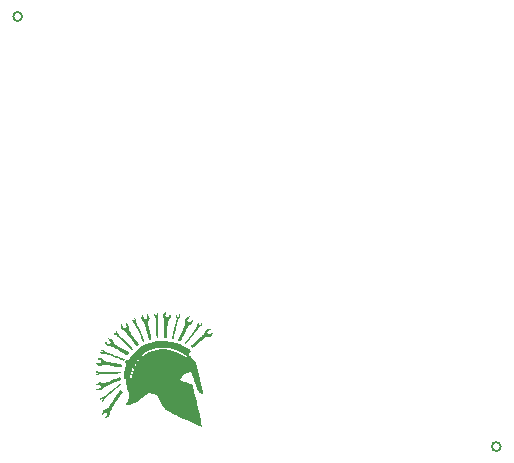
<source format=gbr>
%TF.GenerationSoftware,KiCad,Pcbnew,7.0.7*%
%TF.CreationDate,2023-11-23T15:16:14-08:00*%
%TF.ProjectId,PowerDistribution,506f7765-7244-4697-9374-726962757469,R1*%
%TF.SameCoordinates,Original*%
%TF.FileFunction,Legend,Bot*%
%TF.FilePolarity,Positive*%
%FSLAX46Y46*%
G04 Gerber Fmt 4.6, Leading zero omitted, Abs format (unit mm)*
G04 Created by KiCad (PCBNEW 7.0.7) date 2023-11-23 15:16:14*
%MOMM*%
%LPD*%
G01*
G04 APERTURE LIST*
%ADD10C,0.300000*%
%ADD11C,0.152400*%
G04 APERTURE END LIST*
D10*
X154491427Y-118959757D02*
X154634285Y-118888328D01*
X154634285Y-118888328D02*
X154848570Y-118888328D01*
X154848570Y-118888328D02*
X155062856Y-118959757D01*
X155062856Y-118959757D02*
X155205713Y-119102614D01*
X155205713Y-119102614D02*
X155277142Y-119245471D01*
X155277142Y-119245471D02*
X155348570Y-119531185D01*
X155348570Y-119531185D02*
X155348570Y-119745471D01*
X155348570Y-119745471D02*
X155277142Y-120031185D01*
X155277142Y-120031185D02*
X155205713Y-120174042D01*
X155205713Y-120174042D02*
X155062856Y-120316900D01*
X155062856Y-120316900D02*
X154848570Y-120388328D01*
X154848570Y-120388328D02*
X154705713Y-120388328D01*
X154705713Y-120388328D02*
X154491427Y-120316900D01*
X154491427Y-120316900D02*
X154419999Y-120245471D01*
X154419999Y-120245471D02*
X154419999Y-119745471D01*
X154419999Y-119745471D02*
X154705713Y-119745471D01*
X153562856Y-118888328D02*
X153562856Y-119245471D01*
X153919999Y-119102614D02*
X153562856Y-119245471D01*
X153562856Y-119245471D02*
X153205713Y-119102614D01*
X153777142Y-119531185D02*
X153562856Y-119245471D01*
X153562856Y-119245471D02*
X153348570Y-119531185D01*
X152419999Y-118888328D02*
X152419999Y-119245471D01*
X152777142Y-119102614D02*
X152419999Y-119245471D01*
X152419999Y-119245471D02*
X152062856Y-119102614D01*
X152634285Y-119531185D02*
X152419999Y-119245471D01*
X152419999Y-119245471D02*
X152205713Y-119531185D01*
X151277142Y-118888328D02*
X151277142Y-119245471D01*
X151634285Y-119102614D02*
X151277142Y-119245471D01*
X151277142Y-119245471D02*
X150919999Y-119102614D01*
X151491428Y-119531185D02*
X151277142Y-119245471D01*
X151277142Y-119245471D02*
X151062856Y-119531185D01*
D11*
%TO.C,J2*%
X182530002Y-126273801D02*
G75*
G03*
X182530002Y-126273801I-381000J0D01*
G01*
%TO.C,J1*%
X142005901Y-89858000D02*
G75*
G03*
X142005901Y-89858000I-381000J0D01*
G01*
%TO.C,G\u002A\u002A\u002A*%
G36*
X148401761Y-119893835D02*
G01*
X148483888Y-119929668D01*
X148581477Y-119979121D01*
X149445722Y-119955210D01*
X149593326Y-119951310D01*
X149762506Y-119947311D01*
X149917404Y-119944160D01*
X150054098Y-119941910D01*
X150168669Y-119940614D01*
X150257196Y-119940327D01*
X150315756Y-119941101D01*
X150340430Y-119942990D01*
X150360814Y-119963051D01*
X150370893Y-120010854D01*
X150370705Y-120023643D01*
X150364322Y-120053407D01*
X150341073Y-120068290D01*
X150290514Y-120076874D01*
X150274674Y-120078256D01*
X150218492Y-120081205D01*
X150132504Y-120084451D01*
X150021959Y-120087840D01*
X149892104Y-120091218D01*
X149748190Y-120094429D01*
X149595465Y-120097320D01*
X149535930Y-120098385D01*
X149375548Y-120101610D01*
X149219678Y-120105221D01*
X149074983Y-120109037D01*
X148948124Y-120112874D01*
X148845763Y-120116549D01*
X148774562Y-120119878D01*
X148749528Y-120121355D01*
X148664933Y-120127347D01*
X148607364Y-120134576D01*
X148568119Y-120145188D01*
X148538493Y-120161329D01*
X148509782Y-120185144D01*
X148439901Y-120227148D01*
X148352774Y-120239501D01*
X148258610Y-120217895D01*
X148205368Y-120196229D01*
X148295114Y-120169539D01*
X148333507Y-120156342D01*
X148389325Y-120123263D01*
X148409978Y-120081978D01*
X148397049Y-120030321D01*
X148394988Y-120026357D01*
X148375473Y-120000420D01*
X148346582Y-119988495D01*
X148299217Y-119989006D01*
X148224281Y-120000375D01*
X148148630Y-120013792D01*
X148219275Y-119947004D01*
X148228043Y-119938873D01*
X148283957Y-119897774D01*
X148338490Y-119882983D01*
X148401761Y-119893835D01*
G37*
G36*
X149941740Y-116459068D02*
G01*
X150016960Y-116482760D01*
X150070425Y-116536527D01*
X150104043Y-116621981D01*
X150104487Y-116623820D01*
X150111053Y-116646156D01*
X150121181Y-116669346D01*
X150137212Y-116695957D01*
X150161489Y-116728554D01*
X150196350Y-116769706D01*
X150244138Y-116821977D01*
X150307193Y-116887935D01*
X150387857Y-116970147D01*
X150488470Y-117071179D01*
X150611372Y-117193597D01*
X150758906Y-117339969D01*
X150881559Y-117462068D01*
X151001200Y-117582270D01*
X151109674Y-117692378D01*
X151204343Y-117789657D01*
X151282567Y-117871376D01*
X151341709Y-117934802D01*
X151379129Y-117977201D01*
X151392189Y-117995841D01*
X151386659Y-118017711D01*
X151362469Y-118053772D01*
X151340817Y-118071257D01*
X151311122Y-118083492D01*
X151297626Y-118073842D01*
X151259451Y-118039921D01*
X151199723Y-117984122D01*
X151121194Y-117909096D01*
X151026620Y-117817499D01*
X150918754Y-117711982D01*
X150800351Y-117595200D01*
X150674163Y-117469806D01*
X150568773Y-117365181D01*
X150446571Y-117245111D01*
X150333398Y-117135245D01*
X150232187Y-117038363D01*
X150145869Y-116957241D01*
X150077376Y-116894659D01*
X150029638Y-116853394D01*
X150005589Y-116836224D01*
X149958456Y-116823328D01*
X149899771Y-116816329D01*
X149891009Y-116816059D01*
X149843396Y-116801546D01*
X149801115Y-116760928D01*
X149758020Y-116688667D01*
X149740363Y-116649854D01*
X149740217Y-116631019D01*
X149764034Y-116636963D01*
X149815156Y-116666381D01*
X149837971Y-116679260D01*
X149902296Y-116698933D01*
X149951104Y-116685587D01*
X149982368Y-116639546D01*
X149988771Y-116618971D01*
X149988818Y-116584638D01*
X149963836Y-116557825D01*
X149926724Y-116529999D01*
X149879158Y-116494068D01*
X149831876Y-116458183D01*
X149909705Y-116457583D01*
X149941740Y-116459068D01*
G37*
G36*
X151537051Y-115366163D02*
G01*
X151594201Y-115400906D01*
X151637181Y-115447375D01*
X151657314Y-115508849D01*
X151660233Y-115595831D01*
X151659775Y-115614875D01*
X151660666Y-115646934D01*
X151664650Y-115681147D01*
X151672877Y-115720445D01*
X151686498Y-115767759D01*
X151706663Y-115826019D01*
X151734524Y-115898155D01*
X151771231Y-115987099D01*
X151817934Y-116095780D01*
X151875785Y-116227130D01*
X151945933Y-116384079D01*
X152029530Y-116569558D01*
X152127726Y-116786497D01*
X152146832Y-116828672D01*
X152211727Y-116972380D01*
X152262619Y-117086414D01*
X152300899Y-117174524D01*
X152327957Y-117240464D01*
X152345183Y-117287983D01*
X152353968Y-117320835D01*
X152355702Y-117342771D01*
X152351776Y-117357542D01*
X152343580Y-117368901D01*
X152343093Y-117369439D01*
X152325096Y-117387896D01*
X152308285Y-117399466D01*
X152291164Y-117401630D01*
X152272235Y-117391869D01*
X152250001Y-117367664D01*
X152222965Y-117326494D01*
X152189630Y-117265840D01*
X152148498Y-117183183D01*
X152098073Y-117076003D01*
X152036858Y-116941780D01*
X151963354Y-116777995D01*
X151876066Y-116582128D01*
X151515123Y-115771084D01*
X151425286Y-115725958D01*
X151390632Y-115707510D01*
X151350572Y-115682521D01*
X151334627Y-115667009D01*
X151333949Y-115661159D01*
X151328073Y-115625636D01*
X151318348Y-115573325D01*
X151314761Y-115552565D01*
X151310352Y-115506215D01*
X151313725Y-115482631D01*
X151321000Y-115483171D01*
X151347330Y-115503321D01*
X151383299Y-115541766D01*
X151384819Y-115543573D01*
X151424680Y-115585540D01*
X151456330Y-115602041D01*
X151491506Y-115599319D01*
X151519423Y-115588865D01*
X151550788Y-115553960D01*
X151549504Y-115501461D01*
X151515382Y-115432688D01*
X151484999Y-115382445D01*
X151475976Y-115352489D01*
X151493146Y-115347614D01*
X151537051Y-115366163D01*
G37*
G36*
X155114019Y-115064213D02*
G01*
X155115435Y-115122244D01*
X155115240Y-115126466D01*
X155122246Y-115201630D01*
X155149284Y-115248997D01*
X155194643Y-115265473D01*
X155198052Y-115265412D01*
X155246777Y-115246822D01*
X155277531Y-115197265D01*
X155288242Y-115119959D01*
X155288283Y-115108472D01*
X155290707Y-115063204D01*
X155298894Y-115048079D01*
X155315644Y-115056628D01*
X155334338Y-115078694D01*
X155360333Y-115133922D01*
X155375207Y-115196192D01*
X155373283Y-115246772D01*
X155362711Y-115268600D01*
X155331523Y-115315328D01*
X155289885Y-115367596D01*
X155281454Y-115377442D01*
X155265915Y-115396976D01*
X155251527Y-115418630D01*
X155237479Y-115445297D01*
X155222956Y-115479871D01*
X155207148Y-115525244D01*
X155189240Y-115584310D01*
X155168421Y-115659960D01*
X155143876Y-115755088D01*
X155114794Y-115872586D01*
X155080362Y-116015348D01*
X155039766Y-116186266D01*
X154992194Y-116388233D01*
X154936834Y-116624143D01*
X154932533Y-116642464D01*
X154900939Y-116775980D01*
X154871873Y-116896975D01*
X154846539Y-117000584D01*
X154826136Y-117081940D01*
X154811867Y-117136178D01*
X154804932Y-117158432D01*
X154798043Y-117165487D01*
X154762567Y-117175106D01*
X154718826Y-117169795D01*
X154685917Y-117150783D01*
X154681574Y-117143420D01*
X154677577Y-117110498D01*
X154684853Y-117053414D01*
X154703965Y-116966382D01*
X154716991Y-116912481D01*
X154737741Y-116826317D01*
X154764778Y-116713872D01*
X154796828Y-116580449D01*
X154832618Y-116431346D01*
X154870875Y-116271867D01*
X154910324Y-116107311D01*
X155077978Y-115407749D01*
X155041264Y-115324750D01*
X155035342Y-115311331D01*
X155013564Y-115256941D01*
X155007611Y-115217745D01*
X155017703Y-115177545D01*
X155044062Y-115120141D01*
X155050274Y-115107596D01*
X155080838Y-115056871D01*
X155102287Y-115042416D01*
X155114019Y-115064213D01*
G37*
G36*
X148845701Y-118069511D02*
G01*
X148895275Y-118105599D01*
X148959117Y-118167338D01*
X148969124Y-118177397D01*
X148992594Y-118198670D01*
X149019933Y-118218800D01*
X149055101Y-118239550D01*
X149102056Y-118262679D01*
X149164757Y-118289950D01*
X149247164Y-118323123D01*
X149353235Y-118363960D01*
X149486928Y-118414222D01*
X149652204Y-118475670D01*
X149742908Y-118509278D01*
X149897610Y-118566492D01*
X150046920Y-118621586D01*
X150184823Y-118672348D01*
X150305308Y-118716567D01*
X150402363Y-118752030D01*
X150469975Y-118776525D01*
X150543297Y-118804225D01*
X150612848Y-118833555D01*
X150661675Y-118857719D01*
X150682214Y-118873269D01*
X150683825Y-118900129D01*
X150673437Y-118944192D01*
X150656798Y-118975681D01*
X150637413Y-118991310D01*
X150624907Y-118987683D01*
X150579898Y-118972154D01*
X150505875Y-118945632D01*
X150406491Y-118909455D01*
X150285399Y-118864962D01*
X150146254Y-118813491D01*
X149992709Y-118756380D01*
X149828419Y-118694969D01*
X149777082Y-118675741D01*
X149588964Y-118605546D01*
X149431750Y-118547598D01*
X149301879Y-118500902D01*
X149195792Y-118464462D01*
X149109928Y-118437281D01*
X149040726Y-118418363D01*
X148984626Y-118406713D01*
X148938068Y-118401334D01*
X148897490Y-118401231D01*
X148859334Y-118405406D01*
X148820037Y-118412865D01*
X148790599Y-118417553D01*
X148742185Y-118411989D01*
X148689105Y-118382909D01*
X148680493Y-118376974D01*
X148632165Y-118338487D01*
X148618617Y-118314244D01*
X148639913Y-118303537D01*
X148696118Y-118305662D01*
X148714335Y-118307335D01*
X148784613Y-118302288D01*
X148825628Y-118274706D01*
X148838950Y-118223688D01*
X148837956Y-118209878D01*
X148820522Y-118175478D01*
X148776902Y-118150903D01*
X148701306Y-118132308D01*
X148657216Y-118120224D01*
X148643180Y-118103748D01*
X148666263Y-118084887D01*
X148726192Y-118064386D01*
X148752727Y-118058100D01*
X148801238Y-118055028D01*
X148845701Y-118069511D01*
G37*
G36*
X153460778Y-114923838D02*
G01*
X153500293Y-114976713D01*
X153512711Y-114995915D01*
X153542887Y-115066220D01*
X153540459Y-115132516D01*
X153505703Y-115206502D01*
X153497349Y-115220432D01*
X153487601Y-115239936D01*
X153479736Y-115262886D01*
X153473746Y-115292404D01*
X153469623Y-115331611D01*
X153467361Y-115383629D01*
X153466952Y-115451578D01*
X153468389Y-115538582D01*
X153471665Y-115647761D01*
X153476772Y-115782236D01*
X153483703Y-115945130D01*
X153492452Y-116139564D01*
X153503010Y-116368659D01*
X153503915Y-116388215D01*
X153512175Y-116570703D01*
X153518447Y-116719241D01*
X153522759Y-116837316D01*
X153525141Y-116928413D01*
X153525621Y-116996019D01*
X153524228Y-117043619D01*
X153520992Y-117074700D01*
X153515941Y-117092745D01*
X153509104Y-117101243D01*
X153474876Y-117115980D01*
X153428761Y-117111532D01*
X153398152Y-117076381D01*
X153396000Y-117066170D01*
X153391070Y-117020216D01*
X153385183Y-116942832D01*
X153378578Y-116838177D01*
X153371492Y-116710410D01*
X153364164Y-116563691D01*
X153356830Y-116402177D01*
X153349730Y-116230030D01*
X153346214Y-116142310D01*
X153338985Y-115972913D01*
X153331685Y-115815133D01*
X153324552Y-115673333D01*
X153317819Y-115551878D01*
X153311724Y-115455132D01*
X153306501Y-115387460D01*
X153302387Y-115353225D01*
X153301133Y-115347901D01*
X153274511Y-115282921D01*
X153235164Y-115226571D01*
X153230612Y-115221774D01*
X153201037Y-115183518D01*
X153190454Y-115143893D01*
X153193658Y-115085163D01*
X153198371Y-115050471D01*
X153212194Y-114995128D01*
X153228967Y-114975331D01*
X153247321Y-114991832D01*
X153265886Y-115045387D01*
X153277191Y-115083861D01*
X153299815Y-115125976D01*
X153331298Y-115144364D01*
X153356744Y-115147919D01*
X153406726Y-115138115D01*
X153440572Y-115109885D01*
X153447587Y-115070062D01*
X153442010Y-115045254D01*
X153426637Y-114963493D01*
X153424364Y-114916493D01*
X153435606Y-114903519D01*
X153460778Y-114923838D01*
G37*
G36*
X157009826Y-115764528D02*
G01*
X156990354Y-115818675D01*
X156989326Y-115820974D01*
X156968918Y-115873450D01*
X156965991Y-115907463D01*
X156979239Y-115936880D01*
X157006291Y-115962195D01*
X157053666Y-115980657D01*
X157062489Y-115981484D01*
X157092331Y-115976612D01*
X157116836Y-115952215D01*
X157145125Y-115900277D01*
X157161227Y-115869230D01*
X157186017Y-115829491D01*
X157202212Y-115813946D01*
X157206451Y-115817258D01*
X157214260Y-115846629D01*
X157217356Y-115896504D01*
X157217334Y-115900193D01*
X157200378Y-115988307D01*
X157152977Y-116054750D01*
X157076733Y-116097236D01*
X157070118Y-116099518D01*
X157046212Y-116109932D01*
X157021035Y-116125543D01*
X156992462Y-116148870D01*
X156958369Y-116182432D01*
X156916632Y-116228749D01*
X156865125Y-116290342D01*
X156801724Y-116369729D01*
X156724304Y-116469431D01*
X156630741Y-116591967D01*
X156518910Y-116739857D01*
X156386687Y-116915622D01*
X156315356Y-117010425D01*
X156204659Y-117156652D01*
X156113272Y-117275897D01*
X156039309Y-117370465D01*
X155980883Y-117442666D01*
X155936108Y-117494805D01*
X155903097Y-117529191D01*
X155879964Y-117548131D01*
X155864823Y-117553931D01*
X155852057Y-117553117D01*
X155808528Y-117535161D01*
X155786024Y-117501498D01*
X155792770Y-117462560D01*
X155798568Y-117454293D01*
X155825493Y-117417709D01*
X155871457Y-117356103D01*
X155933984Y-117272768D01*
X156010599Y-117170995D01*
X156098826Y-117054075D01*
X156196189Y-116925300D01*
X156300212Y-116787960D01*
X156355206Y-116715357D01*
X156457210Y-116580378D01*
X156551833Y-116454765D01*
X156636489Y-116341975D01*
X156708593Y-116245465D01*
X156765557Y-116168691D01*
X156804797Y-116115112D01*
X156823724Y-116088183D01*
X156849225Y-116027681D01*
X156848701Y-115957340D01*
X156845486Y-115931335D01*
X156847912Y-115892036D01*
X156866918Y-115856672D01*
X156908400Y-115810765D01*
X156937854Y-115781884D01*
X156982649Y-115746044D01*
X157006949Y-115740288D01*
X157009826Y-115764528D01*
G37*
G36*
X150277313Y-120959862D02*
G01*
X150309462Y-120981989D01*
X150338626Y-121017688D01*
X150350738Y-121051018D01*
X150349639Y-121054255D01*
X150328030Y-121080076D01*
X150282167Y-121124140D01*
X150216486Y-121182477D01*
X150135420Y-121251119D01*
X150043403Y-121326097D01*
X149904109Y-121437631D01*
X149716196Y-121588469D01*
X149554718Y-121718708D01*
X149417706Y-121830049D01*
X149303195Y-121924195D01*
X149209214Y-122002849D01*
X149133798Y-122067712D01*
X149074978Y-122120488D01*
X149030786Y-122162878D01*
X148999255Y-122196586D01*
X148978417Y-122223313D01*
X148966304Y-122244762D01*
X148960949Y-122262636D01*
X148955846Y-122291627D01*
X148937661Y-122349372D01*
X148904703Y-122389953D01*
X148846593Y-122428416D01*
X148826487Y-122439416D01*
X148778233Y-122461884D01*
X148746798Y-122470970D01*
X148733704Y-122467353D01*
X148736720Y-122451772D01*
X148760107Y-122419075D01*
X148806740Y-122364141D01*
X148812628Y-122356878D01*
X148831928Y-122305654D01*
X148816493Y-122257290D01*
X148768513Y-122220039D01*
X148749886Y-122212488D01*
X148723414Y-122210889D01*
X148696062Y-122228887D01*
X148656676Y-122271626D01*
X148656616Y-122271695D01*
X148612146Y-122317655D01*
X148585643Y-122330793D01*
X148575884Y-122310880D01*
X148581645Y-122257689D01*
X148585340Y-122241383D01*
X148619880Y-122174209D01*
X148683827Y-122126092D01*
X148779941Y-122094764D01*
X148783868Y-122093946D01*
X148808001Y-122088830D01*
X148830236Y-122082966D01*
X148853174Y-122074421D01*
X148879416Y-122061269D01*
X148911565Y-122041579D01*
X148952220Y-122013421D01*
X149003983Y-121974867D01*
X149069456Y-121923987D01*
X149151240Y-121858852D01*
X149251936Y-121777532D01*
X149374144Y-121678099D01*
X149520468Y-121558622D01*
X149693507Y-121417172D01*
X149716936Y-121398030D01*
X149841053Y-121296960D01*
X149955515Y-121204303D01*
X150057061Y-121122660D01*
X150142429Y-121054632D01*
X150208359Y-121002821D01*
X150251590Y-120969826D01*
X150268861Y-120958250D01*
X150277313Y-120959862D01*
G37*
G36*
X150778147Y-115782039D02*
G01*
X150819303Y-115804568D01*
X150872520Y-115843806D01*
X150930516Y-115894358D01*
X150986009Y-115950829D01*
X151073211Y-116047818D01*
X151060346Y-116229280D01*
X151047481Y-116410742D01*
X151180554Y-116608807D01*
X151200460Y-116638163D01*
X151259314Y-116723273D01*
X151332896Y-116828038D01*
X151415884Y-116944944D01*
X151502956Y-117066479D01*
X151588791Y-117185130D01*
X151645505Y-117263910D01*
X151715976Y-117364291D01*
X151776110Y-117452841D01*
X151822846Y-117524931D01*
X151853123Y-117575931D01*
X151863881Y-117601214D01*
X151861548Y-117622652D01*
X151833433Y-117675889D01*
X151770967Y-117729744D01*
X151732187Y-117751917D01*
X151700260Y-117761973D01*
X151698885Y-117761818D01*
X151675086Y-117744755D01*
X151638240Y-117704986D01*
X151595719Y-117650380D01*
X151566861Y-117610351D01*
X151517396Y-117541629D01*
X151453317Y-117452534D01*
X151378536Y-117348507D01*
X151296965Y-117234989D01*
X151212517Y-117117422D01*
X151173654Y-117063381D01*
X151070744Y-116921455D01*
X150985051Y-116805954D01*
X150913374Y-116713354D01*
X150852511Y-116640131D01*
X150799261Y-116582761D01*
X150750424Y-116537721D01*
X150702797Y-116501485D01*
X150653181Y-116470531D01*
X150598375Y-116441334D01*
X150531874Y-116405211D01*
X150458556Y-116352120D01*
X150412918Y-116293608D01*
X150389378Y-116221574D01*
X150382352Y-116127918D01*
X150385257Y-116038312D01*
X150395180Y-115966803D01*
X150411075Y-115923481D01*
X150431853Y-115913070D01*
X150433722Y-115914037D01*
X150452722Y-115938414D01*
X150479491Y-115987345D01*
X150508857Y-116051532D01*
X150518412Y-116074131D01*
X150550968Y-116147202D01*
X150577122Y-116192972D01*
X150602863Y-116217796D01*
X150634179Y-116228031D01*
X150677059Y-116230030D01*
X150681081Y-116230016D01*
X150757786Y-116221071D01*
X150808622Y-116192386D01*
X150842145Y-116139257D01*
X150845130Y-116131696D01*
X150852594Y-116100315D01*
X150849760Y-116064078D01*
X150834869Y-116013114D01*
X150806157Y-115937553D01*
X150796375Y-115912459D01*
X150773228Y-115848285D01*
X150759139Y-115801563D01*
X150756856Y-115781024D01*
X150778147Y-115782039D01*
G37*
G36*
X157949267Y-116292628D02*
G01*
X157994547Y-116304722D01*
X158011697Y-116322975D01*
X158008076Y-116327792D01*
X157979233Y-116348472D01*
X157927836Y-116379532D01*
X157861423Y-116416291D01*
X157846474Y-116424380D01*
X157773437Y-116468163D01*
X157722086Y-116506551D01*
X157698956Y-116534776D01*
X157693144Y-116573139D01*
X157704963Y-116638380D01*
X157737096Y-116698461D01*
X157782915Y-116742493D01*
X157835794Y-116759590D01*
X157840302Y-116759321D01*
X157882659Y-116748337D01*
X157944499Y-116724481D01*
X158014108Y-116692181D01*
X158031593Y-116683493D01*
X158092465Y-116655216D01*
X158137187Y-116637512D01*
X158157099Y-116633907D01*
X158158390Y-116655418D01*
X158139843Y-116699319D01*
X158104746Y-116757033D01*
X158057719Y-116821050D01*
X158003378Y-116883859D01*
X157905867Y-116986976D01*
X157745242Y-116983977D01*
X157664935Y-116984768D01*
X157586512Y-116991972D01*
X157538105Y-117005345D01*
X157536683Y-117006102D01*
X157509522Y-117023387D01*
X157468791Y-117053620D01*
X157412401Y-117098552D01*
X157338260Y-117159936D01*
X157244278Y-117239521D01*
X157128366Y-117339060D01*
X156988432Y-117460303D01*
X156822386Y-117605003D01*
X156748765Y-117668641D01*
X156655430Y-117747355D01*
X156573118Y-117814554D01*
X156506128Y-117866820D01*
X156458759Y-117900733D01*
X156435309Y-117912874D01*
X156409493Y-117904653D01*
X156365913Y-117874761D01*
X156321001Y-117832988D01*
X156285890Y-117789983D01*
X156271712Y-117756394D01*
X156283410Y-117737945D01*
X156319792Y-117698627D01*
X156376368Y-117643564D01*
X156448553Y-117577204D01*
X156531764Y-117503994D01*
X156541208Y-117495855D01*
X156719956Y-117341670D01*
X156872402Y-117209704D01*
X157000853Y-117097668D01*
X157107614Y-117003276D01*
X157194989Y-116924239D01*
X157265285Y-116858270D01*
X157320806Y-116803081D01*
X157363858Y-116756386D01*
X157396746Y-116715895D01*
X157421776Y-116679323D01*
X157441252Y-116644382D01*
X157457480Y-116608783D01*
X157472765Y-116570239D01*
X157518513Y-116465263D01*
X157566818Y-116389004D01*
X157621225Y-116338871D01*
X157686524Y-116309011D01*
X157737183Y-116297264D01*
X157811331Y-116288501D01*
X157885110Y-116287088D01*
X157949267Y-116292628D01*
G37*
G36*
X150383328Y-121508737D02*
G01*
X150438085Y-121536005D01*
X150482116Y-121570519D01*
X150523249Y-121614303D01*
X150097398Y-122260443D01*
X149993140Y-122418801D01*
X149876510Y-122596603D01*
X149778126Y-122747651D01*
X149696417Y-122874580D01*
X149629810Y-122980023D01*
X149576733Y-123066615D01*
X149535615Y-123136989D01*
X149504883Y-123193778D01*
X149482966Y-123239617D01*
X149468291Y-123277139D01*
X149459286Y-123308979D01*
X149454379Y-123337769D01*
X149440799Y-123442071D01*
X149422008Y-123549457D01*
X149398980Y-123629487D01*
X149368397Y-123688075D01*
X149326940Y-123731132D01*
X149271289Y-123764570D01*
X149198128Y-123794303D01*
X149185551Y-123798709D01*
X149112622Y-123819789D01*
X149050201Y-123830916D01*
X149006630Y-123831087D01*
X148990253Y-123819298D01*
X148994078Y-123812088D01*
X149018751Y-123781903D01*
X149061257Y-123735402D01*
X149115675Y-123679197D01*
X149153211Y-123640914D01*
X149198349Y-123591429D01*
X149222889Y-123556418D01*
X149231333Y-123528766D01*
X149228184Y-123501355D01*
X149227310Y-123498095D01*
X149201432Y-123445876D01*
X149159137Y-123395048D01*
X149111304Y-123356538D01*
X149068810Y-123341273D01*
X149044402Y-123346377D01*
X148993886Y-123374230D01*
X148924665Y-123427920D01*
X148834222Y-123509254D01*
X148763298Y-123575904D01*
X148763298Y-123525493D01*
X148765522Y-123500622D01*
X148782023Y-123432275D01*
X148810361Y-123351681D01*
X148845450Y-123272413D01*
X148882206Y-123208049D01*
X148893509Y-123192657D01*
X148927162Y-123160742D01*
X148974950Y-123137337D01*
X149048586Y-123115959D01*
X149112136Y-123097703D01*
X149179515Y-123073205D01*
X149225608Y-123050555D01*
X149238093Y-123038341D01*
X149272634Y-122995377D01*
X149324513Y-122925233D01*
X149391814Y-122830651D01*
X149472616Y-122714373D01*
X149565001Y-122579141D01*
X149667050Y-122427699D01*
X149776844Y-122262787D01*
X149777866Y-122261244D01*
X149878283Y-122109923D01*
X149972724Y-121968295D01*
X150059071Y-121839490D01*
X150135204Y-121726633D01*
X150199006Y-121632855D01*
X150248358Y-121561282D01*
X150281142Y-121515044D01*
X150295240Y-121497268D01*
X150295554Y-121497078D01*
X150331324Y-121494001D01*
X150383328Y-121508737D01*
G37*
G36*
X149327431Y-117103600D02*
G01*
X149386259Y-117114946D01*
X149455561Y-117134957D01*
X149527115Y-117161231D01*
X149592704Y-117191368D01*
X149644106Y-117222964D01*
X149667875Y-117243756D01*
X149701731Y-117294040D01*
X149724860Y-117368263D01*
X149730943Y-117395630D01*
X149740820Y-117436604D01*
X149752559Y-117472673D01*
X149768949Y-117506037D01*
X149792778Y-117538897D01*
X149826834Y-117573452D01*
X149873905Y-117611904D01*
X149936780Y-117656452D01*
X150018247Y-117709296D01*
X150121093Y-117772637D01*
X150248108Y-117848675D01*
X150402080Y-117939610D01*
X150585796Y-118047643D01*
X151023388Y-118304943D01*
X151021292Y-118373191D01*
X151021230Y-118374925D01*
X151010297Y-118436452D01*
X150987759Y-118489420D01*
X150956395Y-118522717D01*
X150922422Y-118537401D01*
X150918611Y-118536624D01*
X150885855Y-118522144D01*
X150826315Y-118491217D01*
X150744350Y-118446262D01*
X150644316Y-118389701D01*
X150530574Y-118323954D01*
X150407482Y-118251441D01*
X150373411Y-118231191D01*
X150199793Y-118128274D01*
X150054397Y-118042870D01*
X149933682Y-117973271D01*
X149834104Y-117917767D01*
X149752121Y-117874647D01*
X149684189Y-117842202D01*
X149626767Y-117818720D01*
X149576312Y-117802493D01*
X149529280Y-117791810D01*
X149482130Y-117784960D01*
X149431318Y-117780235D01*
X149355993Y-117773297D01*
X149269558Y-117760236D01*
X149207691Y-117741579D01*
X149162451Y-117714633D01*
X149125898Y-117676708D01*
X149108325Y-117651335D01*
X149077404Y-117593583D01*
X149049401Y-117527184D01*
X149027029Y-117460676D01*
X149013000Y-117402599D01*
X149010026Y-117361490D01*
X149020819Y-117345890D01*
X149026478Y-117348646D01*
X149055734Y-117370444D01*
X149102728Y-117409245D01*
X149160469Y-117459367D01*
X149223195Y-117512750D01*
X149279979Y-117552371D01*
X149324638Y-117568614D01*
X149364491Y-117563890D01*
X149406856Y-117540615D01*
X149413238Y-117536161D01*
X149472017Y-117485480D01*
X149499140Y-117435560D01*
X149494293Y-117381550D01*
X149457159Y-117318602D01*
X149387423Y-117241869D01*
X149368211Y-117222644D01*
X149320062Y-117172306D01*
X149286530Y-117133995D01*
X149273946Y-117114799D01*
X149287296Y-117103322D01*
X149327431Y-117103600D01*
G37*
G36*
X152635240Y-115066777D02*
G01*
X152666745Y-115111344D01*
X152701302Y-115172536D01*
X152734996Y-115242483D01*
X152763911Y-115313313D01*
X152784132Y-115377154D01*
X152791742Y-115426136D01*
X152789395Y-115438780D01*
X152771877Y-115481078D01*
X152742859Y-115532790D01*
X152731600Y-115551393D01*
X152695435Y-115619766D01*
X152668445Y-115682585D01*
X152663955Y-115696934D01*
X152658774Y-115724083D01*
X152657298Y-115757468D01*
X152660186Y-115800461D01*
X152668095Y-115856434D01*
X152681681Y-115928758D01*
X152701603Y-116020805D01*
X152728518Y-116135948D01*
X152763083Y-116277557D01*
X152805956Y-116449003D01*
X152857795Y-116653660D01*
X152885559Y-116764694D01*
X152914260Y-116883925D01*
X152937950Y-116987332D01*
X152955483Y-117069723D01*
X152965714Y-117125908D01*
X152967497Y-117150694D01*
X152946941Y-117176193D01*
X152907705Y-117204336D01*
X152907631Y-117204377D01*
X152853055Y-117222477D01*
X152791742Y-117227407D01*
X152725547Y-117222956D01*
X152572810Y-116608287D01*
X152568025Y-116589036D01*
X152519442Y-116394308D01*
X152478391Y-116232270D01*
X152443592Y-116099190D01*
X152413761Y-115991338D01*
X152387617Y-115904982D01*
X152363876Y-115836391D01*
X152341257Y-115781835D01*
X152318477Y-115737582D01*
X152294254Y-115699901D01*
X152267305Y-115665062D01*
X152236349Y-115629332D01*
X152211582Y-115601036D01*
X152148891Y-115520272D01*
X152111769Y-115451580D01*
X152096642Y-115386792D01*
X152099934Y-115317744D01*
X152103270Y-115299930D01*
X152122899Y-115234824D01*
X152151824Y-115167477D01*
X152184941Y-115107486D01*
X152217149Y-115064452D01*
X152243343Y-115047975D01*
X152245160Y-115048053D01*
X152258514Y-115057031D01*
X152267497Y-115085252D01*
X152273295Y-115138907D01*
X152277093Y-115224187D01*
X152282547Y-115400400D01*
X152347408Y-115427501D01*
X152349935Y-115428549D01*
X152430080Y-115451686D01*
X152492543Y-115445458D01*
X152544071Y-115409239D01*
X152547010Y-115406065D01*
X152567691Y-115377827D01*
X152579721Y-115342752D01*
X152585314Y-115290530D01*
X152586687Y-115210847D01*
X152586848Y-115189516D01*
X152589775Y-115120553D01*
X152595621Y-115069974D01*
X152603392Y-115047494D01*
X152610703Y-115046708D01*
X152635240Y-115066777D01*
G37*
G36*
X154193937Y-114848256D02*
G01*
X154191871Y-114885347D01*
X154179373Y-114947343D01*
X154157858Y-115026494D01*
X154107550Y-115194142D01*
X154168634Y-115248720D01*
X154182020Y-115259810D01*
X154252125Y-115295709D01*
X154323785Y-115301478D01*
X154386705Y-115275835D01*
X154389099Y-115273792D01*
X154412341Y-115239751D01*
X154439469Y-115181930D01*
X154465098Y-115111612D01*
X154469353Y-115098426D01*
X154492481Y-115034048D01*
X154513144Y-114987285D01*
X154527302Y-114967494D01*
X154529698Y-114967094D01*
X154546404Y-114984035D01*
X154562302Y-115029670D01*
X154575725Y-115096041D01*
X154585002Y-115175188D01*
X154588466Y-115259154D01*
X154588466Y-115387389D01*
X154472951Y-115503940D01*
X154429600Y-115549131D01*
X154383488Y-115604999D01*
X154356460Y-115653095D01*
X154342201Y-115703034D01*
X154339599Y-115721299D01*
X154333525Y-115779577D01*
X154325780Y-115867377D01*
X154316776Y-115979494D01*
X154306923Y-116110723D01*
X154296634Y-116255861D01*
X154286319Y-116409702D01*
X154279773Y-116508999D01*
X154270018Y-116652479D01*
X154260907Y-116781328D01*
X154252785Y-116890920D01*
X154245999Y-116976633D01*
X154240894Y-117033841D01*
X154237816Y-117057923D01*
X154223436Y-117076777D01*
X154186986Y-117099278D01*
X154144800Y-117111980D01*
X154070857Y-117115022D01*
X154011630Y-117092910D01*
X154003284Y-117086047D01*
X153995674Y-117075434D01*
X153990287Y-117058233D01*
X153987160Y-117030549D01*
X153986331Y-116988488D01*
X153987836Y-116928155D01*
X153991712Y-116845657D01*
X153997997Y-116737100D01*
X154006726Y-116598589D01*
X154017936Y-116426231D01*
X154021095Y-116378030D01*
X154033572Y-116188031D01*
X154043571Y-116030459D01*
X154050846Y-115900970D01*
X154055152Y-115795215D01*
X154056240Y-115708848D01*
X154053866Y-115637524D01*
X154047784Y-115576896D01*
X154037746Y-115522616D01*
X154023506Y-115470340D01*
X154004820Y-115415720D01*
X153981439Y-115354409D01*
X153953119Y-115282063D01*
X153949584Y-115272881D01*
X153931803Y-115216010D01*
X153930111Y-115169741D01*
X153943325Y-115113730D01*
X153958756Y-115078315D01*
X153992892Y-115024312D01*
X154037329Y-114966937D01*
X154085739Y-114913112D01*
X154131797Y-114869759D01*
X154169176Y-114843798D01*
X154191549Y-114842153D01*
X154193937Y-114848256D01*
G37*
G36*
X156189228Y-115252336D02*
G01*
X156188942Y-115259269D01*
X156172685Y-115291142D01*
X156139714Y-115341533D01*
X156094541Y-115403246D01*
X156070971Y-115434793D01*
X156028423Y-115496338D01*
X155999004Y-115545384D01*
X155988019Y-115573454D01*
X155990539Y-115585331D01*
X156011481Y-115625035D01*
X156046717Y-115671442D01*
X156060253Y-115686213D01*
X156110844Y-115726285D01*
X156161649Y-115738295D01*
X156165845Y-115738243D01*
X156198105Y-115733043D01*
X156231207Y-115716099D01*
X156270693Y-115682838D01*
X156322102Y-115628692D01*
X156390974Y-115549089D01*
X156462953Y-115464058D01*
X156454620Y-115578013D01*
X156448580Y-115626588D01*
X156428554Y-115718716D01*
X156401553Y-115801816D01*
X156387595Y-115835394D01*
X156364550Y-115880828D01*
X156337064Y-115911242D01*
X156294897Y-115936292D01*
X156227808Y-115965632D01*
X156223029Y-115967639D01*
X156155994Y-115997431D01*
X156101201Y-116024571D01*
X156070107Y-116043407D01*
X156064056Y-116049356D01*
X156041211Y-116081198D01*
X156009067Y-116136771D01*
X155966706Y-116217924D01*
X155913211Y-116326501D01*
X155847665Y-116464349D01*
X155769151Y-116633314D01*
X155676752Y-116835242D01*
X155629677Y-116938243D01*
X155576632Y-117053140D01*
X155529432Y-117154134D01*
X155490501Y-117236080D01*
X155462267Y-117293834D01*
X155447153Y-117322249D01*
X155420065Y-117349982D01*
X155381763Y-117364803D01*
X155331638Y-117356458D01*
X155274911Y-117335289D01*
X155226594Y-117307949D01*
X155201054Y-117281094D01*
X155200685Y-117278838D01*
X155207781Y-117247938D01*
X155228600Y-117189633D01*
X155260884Y-117109566D01*
X155302376Y-117013378D01*
X155350821Y-116906711D01*
X155435036Y-116725522D01*
X155517988Y-116546399D01*
X155587266Y-116395355D01*
X155644100Y-116269073D01*
X155689724Y-116164232D01*
X155725367Y-116077513D01*
X155752263Y-116005598D01*
X155771642Y-115945167D01*
X155784735Y-115892900D01*
X155792775Y-115845479D01*
X155796994Y-115799585D01*
X155798621Y-115751898D01*
X155798890Y-115699098D01*
X155799086Y-115664289D01*
X155803886Y-115561728D01*
X155817655Y-115486177D01*
X155843766Y-115429417D01*
X155885593Y-115383228D01*
X155946508Y-115339392D01*
X155978452Y-115320326D01*
X156046856Y-115285951D01*
X156111061Y-115260911D01*
X156161656Y-115248580D01*
X156189228Y-115252336D01*
G37*
G36*
X150260073Y-120414847D02*
G01*
X150271445Y-120420820D01*
X150278196Y-120425762D01*
X150310455Y-120461285D01*
X150342524Y-120510448D01*
X150357007Y-120539012D01*
X150368930Y-120580921D01*
X150359637Y-120612466D01*
X150356694Y-120615668D01*
X150325063Y-120635514D01*
X150265192Y-120665684D01*
X150182659Y-120703592D01*
X150083044Y-120746651D01*
X149971923Y-120792272D01*
X149856656Y-120838447D01*
X149662918Y-120916404D01*
X149499261Y-120983121D01*
X149362351Y-121040358D01*
X149248854Y-121089872D01*
X149155436Y-121133423D01*
X149078763Y-121172768D01*
X149015502Y-121209666D01*
X148962320Y-121245875D01*
X148915882Y-121283153D01*
X148872854Y-121323259D01*
X148829904Y-121367951D01*
X148783697Y-121418988D01*
X148760753Y-121443230D01*
X148715133Y-121484608D01*
X148679676Y-121508494D01*
X148672098Y-121511321D01*
X148622504Y-121518711D01*
X148557285Y-121516887D01*
X148484058Y-121507623D01*
X148410439Y-121492693D01*
X148344045Y-121473871D01*
X148292492Y-121452929D01*
X148263396Y-121431642D01*
X148264374Y-121411783D01*
X148269779Y-121408311D01*
X148306535Y-121395613D01*
X148367284Y-121380634D01*
X148442134Y-121365926D01*
X148443755Y-121365642D01*
X148536102Y-121346485D01*
X148596629Y-121324198D01*
X148631200Y-121293635D01*
X148645678Y-121249653D01*
X148645925Y-121187108D01*
X148642547Y-121154805D01*
X148625740Y-121103627D01*
X148590053Y-121066478D01*
X148573281Y-121054687D01*
X148546441Y-121041913D01*
X148512894Y-121037646D01*
X148462444Y-121041152D01*
X148384893Y-121051695D01*
X148360442Y-121055131D01*
X148292079Y-121063108D01*
X148242199Y-121066484D01*
X148220229Y-121064523D01*
X148218575Y-121060663D01*
X148231808Y-121037154D01*
X148268872Y-121001684D01*
X148322923Y-120959700D01*
X148387118Y-120916648D01*
X148454613Y-120877976D01*
X148571879Y-120817176D01*
X148734024Y-120873382D01*
X148896169Y-120929588D01*
X149018434Y-120886917D01*
X149048695Y-120875884D01*
X149119962Y-120848584D01*
X149215362Y-120811079D01*
X149328343Y-120765974D01*
X149452357Y-120715871D01*
X149580852Y-120663374D01*
X149633213Y-120641861D01*
X149791714Y-120576848D01*
X149919792Y-120524667D01*
X150020966Y-120484080D01*
X150098754Y-120453853D01*
X150156676Y-120432749D01*
X150198250Y-120419532D01*
X150226994Y-120412967D01*
X150246429Y-120411817D01*
X150260073Y-120414847D01*
G37*
G36*
X148713270Y-118791564D02*
G01*
X148725627Y-118793136D01*
X148781017Y-118802781D01*
X148819126Y-118819327D01*
X148852865Y-118850860D01*
X148895142Y-118905463D01*
X148912401Y-118928879D01*
X148940784Y-118966228D01*
X148968331Y-118997866D01*
X148998509Y-119024879D01*
X149034786Y-119048350D01*
X149080630Y-119069366D01*
X149139509Y-119089012D01*
X149214890Y-119108372D01*
X149310243Y-119128532D01*
X149429034Y-119150576D01*
X149574732Y-119175590D01*
X149750803Y-119204659D01*
X149960717Y-119238868D01*
X150081570Y-119258915D01*
X150217989Y-119282888D01*
X150321460Y-119303074D01*
X150394638Y-119320046D01*
X150440176Y-119334375D01*
X150460729Y-119346634D01*
X150470824Y-119364712D01*
X150482778Y-119421600D01*
X150480459Y-119487182D01*
X150463600Y-119543255D01*
X150463351Y-119543721D01*
X150456419Y-119555635D01*
X150447363Y-119564798D01*
X150432666Y-119570851D01*
X150408812Y-119573435D01*
X150372283Y-119572190D01*
X150319564Y-119566757D01*
X150247137Y-119556776D01*
X150151487Y-119541889D01*
X150029097Y-119521735D01*
X149876450Y-119495955D01*
X149690030Y-119464190D01*
X149686591Y-119463604D01*
X149489709Y-119430694D01*
X149325685Y-119404994D01*
X149190362Y-119386242D01*
X149079584Y-119374178D01*
X148989196Y-119368539D01*
X148915040Y-119369066D01*
X148852962Y-119375496D01*
X148798805Y-119387568D01*
X148748414Y-119405022D01*
X148661422Y-119434140D01*
X148569372Y-119445036D01*
X148487066Y-119426420D01*
X148406908Y-119376293D01*
X148321305Y-119292657D01*
X148278482Y-119241746D01*
X148243108Y-119188567D01*
X148233578Y-119154575D01*
X148251222Y-119142614D01*
X148254704Y-119143096D01*
X148286992Y-119152925D01*
X148342104Y-119172821D01*
X148410403Y-119199352D01*
X148427393Y-119206073D01*
X148495871Y-119231516D01*
X148550629Y-119249361D01*
X148581086Y-119256091D01*
X148595399Y-119252624D01*
X148631800Y-119224283D01*
X148667833Y-119177217D01*
X148695290Y-119123357D01*
X148705958Y-119074633D01*
X148705027Y-119055183D01*
X148694101Y-119013305D01*
X148665892Y-118978490D01*
X148614128Y-118944622D01*
X148532535Y-118905585D01*
X148524957Y-118902201D01*
X148463754Y-118872558D01*
X148419079Y-118846934D01*
X148400145Y-118830551D01*
X148407167Y-118819244D01*
X148442963Y-118806015D01*
X148500540Y-118795504D01*
X148570829Y-118788839D01*
X148644761Y-118787149D01*
X148713270Y-118791564D01*
G37*
G36*
X156263456Y-118633441D02*
G01*
X156335577Y-118706765D01*
X156424563Y-118806615D01*
X156528328Y-118930766D01*
X156765268Y-119221540D01*
X157055896Y-120510707D01*
X157088706Y-120656209D01*
X157136047Y-120866008D01*
X157180720Y-121063820D01*
X157222020Y-121246531D01*
X157259241Y-121411025D01*
X157291679Y-121554189D01*
X157318627Y-121672909D01*
X157339381Y-121764070D01*
X157353235Y-121824558D01*
X157359485Y-121851258D01*
X157359541Y-121851480D01*
X157362511Y-121870321D01*
X157356530Y-121878039D01*
X157337146Y-121872584D01*
X157299906Y-121851908D01*
X157240359Y-121813961D01*
X157154053Y-121756694D01*
X157072642Y-121700417D01*
X156994778Y-121641647D01*
X156941303Y-121594854D01*
X156916428Y-121563462D01*
X156916236Y-121562989D01*
X156904955Y-121533540D01*
X156882233Y-121473042D01*
X156849658Y-121385765D01*
X156808818Y-121275977D01*
X156761301Y-121147946D01*
X156708695Y-121005941D01*
X156652588Y-120854229D01*
X156597337Y-120704775D01*
X156542364Y-120556199D01*
X156491577Y-120419065D01*
X156446761Y-120298182D01*
X156409696Y-120198358D01*
X156382167Y-120124402D01*
X156365956Y-120081121D01*
X156323931Y-119969964D01*
X156203704Y-119979615D01*
X156172677Y-119983279D01*
X156052509Y-120014470D01*
X155920446Y-120070669D01*
X155784120Y-120147234D01*
X155651168Y-120239521D01*
X155529222Y-120342887D01*
X155425917Y-120452688D01*
X155345662Y-120550525D01*
X155404994Y-120611740D01*
X155459648Y-120658512D01*
X155561930Y-120722706D01*
X155693052Y-120786849D01*
X155847981Y-120848776D01*
X156021683Y-120906324D01*
X156209122Y-120957331D01*
X156382943Y-120999754D01*
X156438549Y-121153946D01*
X156442583Y-121165217D01*
X156489044Y-121305323D01*
X156540906Y-121478511D01*
X156597229Y-121680950D01*
X156657073Y-121908805D01*
X156719497Y-122158244D01*
X156783562Y-122425432D01*
X156848325Y-122706537D01*
X156912848Y-122997725D01*
X156976190Y-123295162D01*
X157037409Y-123595016D01*
X157071638Y-123769082D01*
X157108038Y-123961051D01*
X157139083Y-124132794D01*
X157164209Y-124280968D01*
X157182853Y-124402233D01*
X157194452Y-124493248D01*
X157198444Y-124550671D01*
X157198458Y-124553327D01*
X157198327Y-124566919D01*
X157195263Y-124576429D01*
X157185727Y-124580657D01*
X157166180Y-124578407D01*
X157133084Y-124568478D01*
X157082901Y-124549674D01*
X157012090Y-124520795D01*
X156917115Y-124480643D01*
X156794435Y-124428020D01*
X156640514Y-124361727D01*
X156623424Y-124354363D01*
X156272268Y-124201102D01*
X155936040Y-124050676D01*
X155617321Y-123904339D01*
X155318689Y-123763346D01*
X155042726Y-123628954D01*
X154792009Y-123502417D01*
X154569120Y-123384991D01*
X154376639Y-123277930D01*
X154217144Y-123182491D01*
X154063319Y-123085949D01*
X153875694Y-122717148D01*
X153802272Y-122575124D01*
X153709617Y-122402668D01*
X153623095Y-122249284D01*
X153544976Y-122118862D01*
X153477534Y-122015290D01*
X153423041Y-121942457D01*
X153414347Y-121933126D01*
X153352009Y-121889963D01*
X153261653Y-121850948D01*
X153151354Y-121817836D01*
X153029185Y-121792378D01*
X152903222Y-121776328D01*
X152781539Y-121771438D01*
X152672210Y-121779462D01*
X152642566Y-121785136D01*
X152601195Y-121799729D01*
X152557356Y-121826027D01*
X152503056Y-121869143D01*
X152430301Y-121934189D01*
X152392191Y-121968915D01*
X152148856Y-122177931D01*
X151914394Y-122357130D01*
X151690068Y-122505803D01*
X151477140Y-122623244D01*
X151276872Y-122708745D01*
X151090527Y-122761598D01*
X150919367Y-122781096D01*
X150880530Y-122781588D01*
X150823244Y-122780547D01*
X150791491Y-122774804D01*
X150776967Y-122762051D01*
X150771371Y-122739981D01*
X150771188Y-122732857D01*
X150785383Y-122685983D01*
X150823003Y-122612616D01*
X150883137Y-122514595D01*
X150944132Y-122417225D01*
X151009263Y-122298566D01*
X151053137Y-122191095D01*
X151076519Y-122087288D01*
X151080175Y-121979622D01*
X151064869Y-121860571D01*
X151031368Y-121722611D01*
X150980438Y-121558219D01*
X150914335Y-121346391D01*
X150864989Y-121160995D01*
X150831311Y-120996377D01*
X150812034Y-120846339D01*
X150805890Y-120704684D01*
X150805890Y-120523254D01*
X150753879Y-120522996D01*
X150693739Y-120518326D01*
X150638474Y-120502679D01*
X150611236Y-120478836D01*
X150609589Y-120465424D01*
X151146321Y-120465424D01*
X151148765Y-120484203D01*
X151167395Y-120500302D01*
X151213110Y-120504341D01*
X151220788Y-120504189D01*
X151265218Y-120496511D01*
X151287100Y-120480700D01*
X151287433Y-120479549D01*
X151294670Y-120449552D01*
X151307838Y-120391251D01*
X151325177Y-120312543D01*
X151344927Y-120221326D01*
X151397435Y-120002896D01*
X151495131Y-119691492D01*
X151613789Y-119409767D01*
X151754230Y-119156102D01*
X151917277Y-118928877D01*
X152103751Y-118726475D01*
X152274963Y-118577941D01*
X152516563Y-118412702D01*
X152782009Y-118276468D01*
X153070815Y-118169445D01*
X153382495Y-118091837D01*
X153716563Y-118043852D01*
X153849503Y-118035276D01*
X154135816Y-118043572D01*
X154433547Y-118087392D01*
X154742872Y-118166786D01*
X155063964Y-118281804D01*
X155396999Y-118432495D01*
X155742152Y-118618910D01*
X155921824Y-118723405D01*
X155957281Y-118667436D01*
X155961684Y-118660343D01*
X155981381Y-118623293D01*
X155985650Y-118604556D01*
X155980881Y-118600566D01*
X155945132Y-118577028D01*
X155884010Y-118540723D01*
X155803882Y-118495182D01*
X155711113Y-118443936D01*
X155612071Y-118390514D01*
X155513122Y-118338446D01*
X155420633Y-118291263D01*
X155335791Y-118249622D01*
X155064171Y-118128253D01*
X154808250Y-118034189D01*
X154561695Y-117965889D01*
X154318176Y-117921811D01*
X154071361Y-117900412D01*
X153814920Y-117900151D01*
X153736872Y-117903928D01*
X153405048Y-117940649D01*
X153091375Y-118009730D01*
X152796833Y-118110564D01*
X152522400Y-118242543D01*
X152269053Y-118405057D01*
X152037771Y-118597500D01*
X151829532Y-118819262D01*
X151645314Y-119069735D01*
X151486096Y-119348311D01*
X151446773Y-119432326D01*
X151393722Y-119560551D01*
X151340844Y-119703020D01*
X151290268Y-119852742D01*
X151244118Y-120002724D01*
X151204522Y-120145975D01*
X151173606Y-120275504D01*
X151153497Y-120384317D01*
X151146321Y-120465424D01*
X150609589Y-120465424D01*
X150607341Y-120447123D01*
X150608328Y-120383526D01*
X150614022Y-120297091D01*
X150623618Y-120195378D01*
X150636311Y-120085950D01*
X150651294Y-119976367D01*
X150667764Y-119874191D01*
X150684914Y-119786984D01*
X150707425Y-119692327D01*
X150805863Y-119373356D01*
X150935334Y-119074241D01*
X151097199Y-118792527D01*
X151292816Y-118525757D01*
X151523546Y-118271474D01*
X151616819Y-118181562D01*
X151881915Y-117960152D01*
X152164694Y-117771923D01*
X152466126Y-117616350D01*
X152787180Y-117492909D01*
X153128824Y-117401073D01*
X153147579Y-117397193D01*
X153281167Y-117376594D01*
X153441451Y-117361344D01*
X153619169Y-117351660D01*
X153805058Y-117347761D01*
X153989854Y-117349867D01*
X154164294Y-117358196D01*
X154319116Y-117372967D01*
X154386383Y-117382144D01*
X154704257Y-117441118D01*
X155025631Y-117524912D01*
X155342529Y-117630633D01*
X155646975Y-117755388D01*
X155930992Y-117896282D01*
X156186604Y-118050423D01*
X156220560Y-118074581D01*
X156259504Y-118112449D01*
X156275548Y-118152757D01*
X156268683Y-118202413D01*
X156238899Y-118268329D01*
X156186187Y-118357413D01*
X156168979Y-118385667D01*
X156134849Y-118446515D01*
X156113321Y-118492191D01*
X156108468Y-118514468D01*
X156118893Y-118524839D01*
X156154723Y-118551890D01*
X156204949Y-118585353D01*
X156210281Y-118588869D01*
X156228996Y-118604556D01*
X156263456Y-118633441D01*
G37*
%TD*%
M02*

</source>
